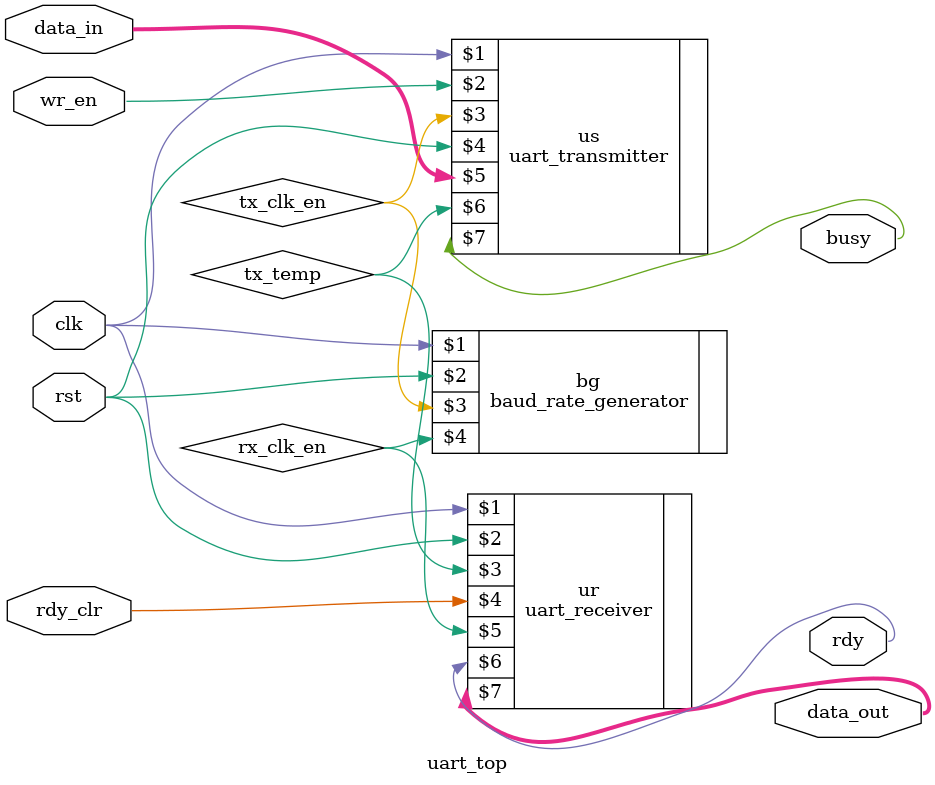
<source format=v>
`timescale 1ns / 1ps


module uart_top(
    input rst,input [7:0] data_in,input wr_en,clk,input rdy_clr,output rdy,busy,output [7:0] data_out
    );
    
    wire rx_clk_en; 
    wire tx_clk_en; 
    wire tx_temp; 
    
    baud_rate_generator bg(clk,rst,tx_clk_en,rx_clk_en);
    
    uart_transmitter us(clk,wr_en,tx_clk_en,rst,data_in,tx_temp,busy);
    
    uart_receiver ur(clk,rst,tx_temp,rdy_clr,rx_clk_en,rdy,data_out);
endmodule

</source>
